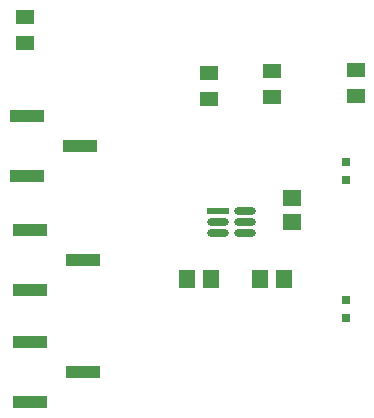
<source format=gbr>
G04*
G04 #@! TF.GenerationSoftware,Altium Limited,Altium Designer,24.1.2 (44)*
G04*
G04 Layer_Color=8421504*
%FSLAX44Y44*%
%MOMM*%
G71*
G04*
G04 #@! TF.SameCoordinates,8F0F3E8E-BFDB-4773-B97D-B54856440852*
G04*
G04*
G04 #@! TF.FilePolarity,Positive*
G04*
G01*
G75*
%ADD15R,3.0000X1.0000*%
%ADD16R,1.6000X1.3000*%
%ADD17R,1.5500X1.3500*%
%ADD18R,1.3500X1.5500*%
%ADD19R,1.8544X0.6121*%
G04:AMPARAMS|DCode=20|XSize=1.8544mm|YSize=0.6121mm|CornerRadius=0.3061mm|HoleSize=0mm|Usage=FLASHONLY|Rotation=0.000|XOffset=0mm|YOffset=0mm|HoleType=Round|Shape=RoundedRectangle|*
%AMROUNDEDRECTD20*
21,1,1.8544,0.0000,0,0,0.0*
21,1,1.2423,0.6121,0,0,0.0*
1,1,0.6121,0.6211,0.0000*
1,1,0.6121,-0.6211,0.0000*
1,1,0.6121,-0.6211,0.0000*
1,1,0.6121,0.6211,0.0000*
%
%ADD20ROUNDEDRECTD20*%
%ADD21R,0.8000X0.8000*%
D15*
X869040Y591820D02*
D03*
X914040Y617220D02*
D03*
X869040Y642620D02*
D03*
Y687070D02*
D03*
X914040Y712470D02*
D03*
X869040Y737870D02*
D03*
X866500Y783590D02*
D03*
X911500Y808990D02*
D03*
X866500Y834390D02*
D03*
D16*
X1145540Y851330D02*
D03*
Y873330D02*
D03*
X1074420Y872060D02*
D03*
Y850060D02*
D03*
X1021080Y870790D02*
D03*
Y848790D02*
D03*
X864870Y917780D02*
D03*
Y895780D02*
D03*
D17*
X1090930Y744380D02*
D03*
Y764380D02*
D03*
D18*
X1064420Y695960D02*
D03*
X1084420D02*
D03*
X1022350D02*
D03*
X1002350D02*
D03*
D19*
X1028627Y753720D02*
D03*
D20*
Y744220D02*
D03*
Y734720D02*
D03*
X1051633D02*
D03*
Y744220D02*
D03*
Y753720D02*
D03*
D21*
X1136650Y663060D02*
D03*
Y678060D02*
D03*
Y794900D02*
D03*
Y779900D02*
D03*
M02*

</source>
